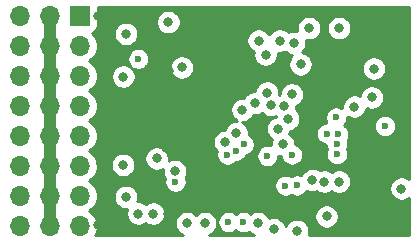
<source format=gbr>
%TF.GenerationSoftware,KiCad,Pcbnew,5.1.8-db9833491~87~ubuntu20.04.1*%
%TF.CreationDate,2020-11-23T17:04:18+01:00*%
%TF.ProjectId,rosalyn-rx,726f7361-6c79-46e2-9d72-782e6b696361,v1.0*%
%TF.SameCoordinates,Original*%
%TF.FileFunction,Copper,L3,Inr*%
%TF.FilePolarity,Positive*%
%FSLAX46Y46*%
G04 Gerber Fmt 4.6, Leading zero omitted, Abs format (unit mm)*
G04 Created by KiCad (PCBNEW 5.1.8-db9833491~87~ubuntu20.04.1) date 2020-11-23 17:04:18*
%MOMM*%
%LPD*%
G01*
G04 APERTURE LIST*
%TA.AperFunction,ComponentPad*%
%ADD10O,1.700000X1.700000*%
%TD*%
%TA.AperFunction,ComponentPad*%
%ADD11R,1.700000X1.700000*%
%TD*%
%TA.AperFunction,ViaPad*%
%ADD12C,0.800000*%
%TD*%
%TA.AperFunction,ViaPad*%
%ADD13C,0.600000*%
%TD*%
%TA.AperFunction,Conductor*%
%ADD14C,1.000000*%
%TD*%
%TA.AperFunction,Conductor*%
%ADD15C,0.254000*%
%TD*%
%TA.AperFunction,Conductor*%
%ADD16C,0.100000*%
%TD*%
G04 APERTURE END LIST*
D10*
%TO.N,GND*%
%TO.C,J4*%
X120410000Y-108890000D03*
X120410000Y-91110000D03*
X120410000Y-106350000D03*
X120410000Y-103810000D03*
X120410000Y-101270000D03*
X120410000Y-98730000D03*
X120410000Y-96190000D03*
X120410000Y-93650000D03*
%TO.N,+5V*%
X122950000Y-91110000D03*
X122950000Y-93650000D03*
X122950000Y-96190000D03*
X122950000Y-98730000D03*
X122950000Y-101270000D03*
X122950000Y-103810000D03*
X122950000Y-106350000D03*
X122950000Y-108890000D03*
D11*
%TO.N,Net-(J4-Pad1)*%
X125490000Y-91110000D03*
D10*
%TO.N,Net-(J4-Pad2)*%
X125490000Y-93650000D03*
%TO.N,Net-(J4-Pad3)*%
X125490000Y-96190000D03*
%TO.N,Net-(J4-Pad4)*%
X125490000Y-98730000D03*
%TO.N,Net-(J4-Pad5)*%
X125490000Y-101270000D03*
%TO.N,Net-(J4-Pad6)*%
X125490000Y-103810000D03*
%TO.N,Net-(J4-Pad7)*%
X125490000Y-106350000D03*
%TO.N,Net-(J4-Pad8)*%
X125490000Y-108890000D03*
%TD*%
D12*
%TO.N,e22_nss*%
X142400000Y-93200000D03*
D13*
%TO.N,e22_rxen*%
X139352738Y-101997789D03*
%TO.N,e22_txen*%
X138720000Y-102520000D03*
D12*
%TO.N,e22_dio1*%
X139240000Y-99060000D03*
D13*
%TO.N,e22_dio2*%
X137970000Y-102850000D03*
D12*
%TO.N,e22_busy*%
X140290000Y-98510000D03*
%TO.N,e22_nrst*%
X141330000Y-97610000D03*
%TO.N,GND*%
X134110000Y-95480000D03*
X144880000Y-92150000D03*
X147420000Y-92150000D03*
X146160000Y-105150000D03*
X147410000Y-105150000D03*
X144160000Y-95210000D03*
X143423776Y-97752199D03*
X132960000Y-91630000D03*
X131690000Y-107860000D03*
X130419996Y-107850000D03*
X133519996Y-104260000D03*
D13*
X130420000Y-94749994D03*
D12*
X131980000Y-103180000D03*
X136050000Y-108660000D03*
D13*
X139309997Y-108570003D03*
X138040000Y-108570000D03*
D12*
X145170000Y-105010000D03*
X140550000Y-108660000D03*
X134560000Y-108660000D03*
D13*
X141350038Y-102970021D03*
D12*
X137776256Y-101793232D03*
X150369992Y-95569992D03*
X152690000Y-105740000D03*
D13*
X151310000Y-100430000D03*
D12*
%TO.N,+3V3*%
X133020000Y-95740000D03*
X132730000Y-102280000D03*
X146180000Y-96490000D03*
X138340000Y-91680000D03*
X127010000Y-91150000D03*
X132960000Y-107859986D03*
X135930000Y-96390000D03*
D13*
X141850000Y-105400000D03*
D12*
X137069953Y-103612337D03*
X127010000Y-108830000D03*
X151680000Y-108810004D03*
%TO.N,+5V*%
X129370000Y-106430000D03*
X129400000Y-92630000D03*
D13*
%TO.N,i2c_sda*%
X142870000Y-105480000D03*
X147247613Y-101943504D03*
D12*
X142660000Y-101970000D03*
X141885190Y-109155040D03*
D13*
%TO.N,i2c_scl*%
X143850000Y-105470000D03*
X147240000Y-102829990D03*
X143440000Y-102860000D03*
D12*
X143850002Y-109310000D03*
%TO.N,hmi_error*%
X129130000Y-103720000D03*
X142270000Y-100660004D03*
%TO.N,hmi_status*%
X129150000Y-96260000D03*
X143100000Y-99830000D03*
%TO.N,swclk*%
X143600000Y-93400000D03*
X142740000Y-98730000D03*
D13*
%TO.N,boot0*%
X133570477Y-105160011D03*
D12*
X138730000Y-101010000D03*
D13*
%TO.N,spi1_sck*%
X147347440Y-101149745D03*
%TO.N,spi1_mosi*%
X146380734Y-101073837D03*
%TO.N,spi1_miso*%
X147180000Y-99710000D03*
D12*
%TO.N,spi2_sck*%
X140600000Y-93199970D03*
%TO.N,spi2_miso*%
X141650000Y-98650000D03*
%TO.N,spi2_mosi*%
X141200000Y-94400000D03*
%TO.N,icm_int*%
X150200000Y-98010010D03*
%TO.N,icm_nss*%
X148720000Y-98790000D03*
%TO.N,Net-(C14-Pad1)*%
X146370000Y-108090000D03*
%TD*%
D14*
%TO.N,+5V*%
X122950000Y-91110000D02*
X122950000Y-93650000D01*
X122950000Y-93650000D02*
X122950000Y-96190000D01*
X122950000Y-96190000D02*
X122950000Y-98730000D01*
X122950000Y-98730000D02*
X122950000Y-101270000D01*
X122950000Y-101270000D02*
X122950000Y-103810000D01*
X122950000Y-103810000D02*
X122950000Y-106350000D01*
X122950000Y-106350000D02*
X122950000Y-108890000D01*
%TD*%
D15*
%TO.N,+3V3*%
X153340001Y-104929533D02*
X153180256Y-104822795D01*
X152991898Y-104744774D01*
X152791939Y-104705000D01*
X152588061Y-104705000D01*
X152388102Y-104744774D01*
X152199744Y-104822795D01*
X152030226Y-104936063D01*
X151886063Y-105080226D01*
X151772795Y-105249744D01*
X151694774Y-105438102D01*
X151655000Y-105638061D01*
X151655000Y-105841939D01*
X151694774Y-106041898D01*
X151772795Y-106230256D01*
X151886063Y-106399774D01*
X152030226Y-106543937D01*
X152199744Y-106657205D01*
X152388102Y-106735226D01*
X152588061Y-106775000D01*
X152791939Y-106775000D01*
X152991898Y-106735226D01*
X153180256Y-106657205D01*
X153340001Y-106550467D01*
X153340001Y-109640000D01*
X144833588Y-109640000D01*
X144845228Y-109611898D01*
X144885002Y-109411939D01*
X144885002Y-109208061D01*
X144845228Y-109008102D01*
X144767207Y-108819744D01*
X144653939Y-108650226D01*
X144509776Y-108506063D01*
X144340258Y-108392795D01*
X144151900Y-108314774D01*
X143951941Y-108275000D01*
X143748063Y-108275000D01*
X143548104Y-108314774D01*
X143359746Y-108392795D01*
X143190228Y-108506063D01*
X143046065Y-108650226D01*
X142932797Y-108819744D01*
X142892921Y-108916011D01*
X142880416Y-108853142D01*
X142802395Y-108664784D01*
X142689127Y-108495266D01*
X142544964Y-108351103D01*
X142375446Y-108237835D01*
X142187088Y-108159814D01*
X141987129Y-108120040D01*
X141783251Y-108120040D01*
X141583292Y-108159814D01*
X141480695Y-108202311D01*
X141467205Y-108169744D01*
X141353937Y-108000226D01*
X141341772Y-107988061D01*
X145335000Y-107988061D01*
X145335000Y-108191939D01*
X145374774Y-108391898D01*
X145452795Y-108580256D01*
X145566063Y-108749774D01*
X145710226Y-108893937D01*
X145879744Y-109007205D01*
X146068102Y-109085226D01*
X146268061Y-109125000D01*
X146471939Y-109125000D01*
X146671898Y-109085226D01*
X146860256Y-109007205D01*
X147029774Y-108893937D01*
X147173937Y-108749774D01*
X147287205Y-108580256D01*
X147365226Y-108391898D01*
X147405000Y-108191939D01*
X147405000Y-107988061D01*
X147365226Y-107788102D01*
X147287205Y-107599744D01*
X147173937Y-107430226D01*
X147029774Y-107286063D01*
X146860256Y-107172795D01*
X146671898Y-107094774D01*
X146471939Y-107055000D01*
X146268061Y-107055000D01*
X146068102Y-107094774D01*
X145879744Y-107172795D01*
X145710226Y-107286063D01*
X145566063Y-107430226D01*
X145452795Y-107599744D01*
X145374774Y-107788102D01*
X145335000Y-107988061D01*
X141341772Y-107988061D01*
X141209774Y-107856063D01*
X141040256Y-107742795D01*
X140851898Y-107664774D01*
X140651939Y-107625000D01*
X140448061Y-107625000D01*
X140248102Y-107664774D01*
X140059744Y-107742795D01*
X139907083Y-107844799D01*
X139906025Y-107843741D01*
X139752886Y-107741417D01*
X139582726Y-107670935D01*
X139402086Y-107635003D01*
X139217908Y-107635003D01*
X139037268Y-107670935D01*
X138867108Y-107741417D01*
X138713969Y-107843741D01*
X138675000Y-107882710D01*
X138636028Y-107843738D01*
X138482889Y-107741414D01*
X138312729Y-107670932D01*
X138132089Y-107635000D01*
X137947911Y-107635000D01*
X137767271Y-107670932D01*
X137597111Y-107741414D01*
X137443972Y-107843738D01*
X137313738Y-107973972D01*
X137211414Y-108127111D01*
X137140932Y-108297271D01*
X137105000Y-108477911D01*
X137105000Y-108662089D01*
X137140932Y-108842729D01*
X137211414Y-109012889D01*
X137313738Y-109166028D01*
X137443972Y-109296262D01*
X137597111Y-109398586D01*
X137767271Y-109469068D01*
X137947911Y-109505000D01*
X138132089Y-109505000D01*
X138312729Y-109469068D01*
X138482889Y-109398586D01*
X138636028Y-109296262D01*
X138674997Y-109257293D01*
X138713969Y-109296265D01*
X138867108Y-109398589D01*
X139037268Y-109469071D01*
X139217908Y-109505003D01*
X139402086Y-109505003D01*
X139582726Y-109469071D01*
X139752886Y-109398589D01*
X139796042Y-109369753D01*
X139890226Y-109463937D01*
X140059744Y-109577205D01*
X140211343Y-109640000D01*
X136388657Y-109640000D01*
X136540256Y-109577205D01*
X136709774Y-109463937D01*
X136853937Y-109319774D01*
X136967205Y-109150256D01*
X137045226Y-108961898D01*
X137085000Y-108761939D01*
X137085000Y-108558061D01*
X137045226Y-108358102D01*
X136967205Y-108169744D01*
X136853937Y-108000226D01*
X136709774Y-107856063D01*
X136540256Y-107742795D01*
X136351898Y-107664774D01*
X136151939Y-107625000D01*
X135948061Y-107625000D01*
X135748102Y-107664774D01*
X135559744Y-107742795D01*
X135390226Y-107856063D01*
X135305000Y-107941289D01*
X135219774Y-107856063D01*
X135050256Y-107742795D01*
X134861898Y-107664774D01*
X134661939Y-107625000D01*
X134458061Y-107625000D01*
X134258102Y-107664774D01*
X134069744Y-107742795D01*
X133900226Y-107856063D01*
X133756063Y-108000226D01*
X133642795Y-108169744D01*
X133564774Y-108358102D01*
X133525000Y-108558061D01*
X133525000Y-108761939D01*
X133564774Y-108961898D01*
X133642795Y-109150256D01*
X133756063Y-109319774D01*
X133900226Y-109463937D01*
X134069744Y-109577205D01*
X134221343Y-109640000D01*
X126774860Y-109640000D01*
X126805990Y-109593411D01*
X126917932Y-109323158D01*
X126975000Y-109036260D01*
X126975000Y-108743740D01*
X126917932Y-108456842D01*
X126805990Y-108186589D01*
X126643475Y-107943368D01*
X126436632Y-107736525D01*
X126262240Y-107620000D01*
X126436632Y-107503475D01*
X126643475Y-107296632D01*
X126805990Y-107053411D01*
X126917932Y-106783158D01*
X126975000Y-106496260D01*
X126975000Y-106328061D01*
X128335000Y-106328061D01*
X128335000Y-106531939D01*
X128374774Y-106731898D01*
X128452795Y-106920256D01*
X128566063Y-107089774D01*
X128710226Y-107233937D01*
X128879744Y-107347205D01*
X129068102Y-107425226D01*
X129268061Y-107465000D01*
X129459192Y-107465000D01*
X129424770Y-107548102D01*
X129384996Y-107748061D01*
X129384996Y-107951939D01*
X129424770Y-108151898D01*
X129502791Y-108340256D01*
X129616059Y-108509774D01*
X129760222Y-108653937D01*
X129929740Y-108767205D01*
X130118098Y-108845226D01*
X130318057Y-108885000D01*
X130521935Y-108885000D01*
X130721894Y-108845226D01*
X130910252Y-108767205D01*
X131047515Y-108675489D01*
X131199744Y-108777205D01*
X131388102Y-108855226D01*
X131588061Y-108895000D01*
X131791939Y-108895000D01*
X131991898Y-108855226D01*
X132180256Y-108777205D01*
X132349774Y-108663937D01*
X132493937Y-108519774D01*
X132607205Y-108350256D01*
X132685226Y-108161898D01*
X132725000Y-107961939D01*
X132725000Y-107758061D01*
X132685226Y-107558102D01*
X132607205Y-107369744D01*
X132493937Y-107200226D01*
X132349774Y-107056063D01*
X132180256Y-106942795D01*
X131991898Y-106864774D01*
X131791939Y-106825000D01*
X131588061Y-106825000D01*
X131388102Y-106864774D01*
X131199744Y-106942795D01*
X131062481Y-107034511D01*
X130910252Y-106932795D01*
X130721894Y-106854774D01*
X130521935Y-106815000D01*
X130330804Y-106815000D01*
X130365226Y-106731898D01*
X130405000Y-106531939D01*
X130405000Y-106328061D01*
X130365226Y-106128102D01*
X130287205Y-105939744D01*
X130173937Y-105770226D01*
X130029774Y-105626063D01*
X129860256Y-105512795D01*
X129671898Y-105434774D01*
X129471939Y-105395000D01*
X129268061Y-105395000D01*
X129068102Y-105434774D01*
X128879744Y-105512795D01*
X128710226Y-105626063D01*
X128566063Y-105770226D01*
X128452795Y-105939744D01*
X128374774Y-106128102D01*
X128335000Y-106328061D01*
X126975000Y-106328061D01*
X126975000Y-106203740D01*
X126917932Y-105916842D01*
X126805990Y-105646589D01*
X126643475Y-105403368D01*
X126436632Y-105196525D01*
X126262240Y-105080000D01*
X126436632Y-104963475D01*
X126643475Y-104756632D01*
X126805990Y-104513411D01*
X126917932Y-104243158D01*
X126975000Y-103956260D01*
X126975000Y-103663740D01*
X126965914Y-103618061D01*
X128095000Y-103618061D01*
X128095000Y-103821939D01*
X128134774Y-104021898D01*
X128212795Y-104210256D01*
X128326063Y-104379774D01*
X128470226Y-104523937D01*
X128639744Y-104637205D01*
X128828102Y-104715226D01*
X129028061Y-104755000D01*
X129231939Y-104755000D01*
X129431898Y-104715226D01*
X129620256Y-104637205D01*
X129789774Y-104523937D01*
X129933937Y-104379774D01*
X130047205Y-104210256D01*
X130125226Y-104021898D01*
X130165000Y-103821939D01*
X130165000Y-103618061D01*
X130125226Y-103418102D01*
X130047205Y-103229744D01*
X129945854Y-103078061D01*
X130945000Y-103078061D01*
X130945000Y-103281939D01*
X130984774Y-103481898D01*
X131062795Y-103670256D01*
X131176063Y-103839774D01*
X131320226Y-103983937D01*
X131489744Y-104097205D01*
X131678102Y-104175226D01*
X131878061Y-104215000D01*
X132081939Y-104215000D01*
X132281898Y-104175226D01*
X132470256Y-104097205D01*
X132501216Y-104076518D01*
X132484996Y-104158061D01*
X132484996Y-104361939D01*
X132524770Y-104561898D01*
X132602791Y-104750256D01*
X132680188Y-104866088D01*
X132671409Y-104887282D01*
X132635477Y-105067922D01*
X132635477Y-105252100D01*
X132671409Y-105432740D01*
X132741891Y-105602900D01*
X132844215Y-105756039D01*
X132974449Y-105886273D01*
X133127588Y-105988597D01*
X133297748Y-106059079D01*
X133478388Y-106095011D01*
X133662566Y-106095011D01*
X133843206Y-106059079D01*
X134013366Y-105988597D01*
X134166505Y-105886273D01*
X134296739Y-105756039D01*
X134399063Y-105602900D01*
X134469545Y-105432740D01*
X134478462Y-105387911D01*
X141935000Y-105387911D01*
X141935000Y-105572089D01*
X141970932Y-105752729D01*
X142041414Y-105922889D01*
X142143738Y-106076028D01*
X142273972Y-106206262D01*
X142427111Y-106308586D01*
X142597271Y-106379068D01*
X142777911Y-106415000D01*
X142962089Y-106415000D01*
X143142729Y-106379068D01*
X143312889Y-106308586D01*
X143367483Y-106272108D01*
X143407111Y-106298586D01*
X143577271Y-106369068D01*
X143757911Y-106405000D01*
X143942089Y-106405000D01*
X144122729Y-106369068D01*
X144292889Y-106298586D01*
X144446028Y-106196262D01*
X144576262Y-106066028D01*
X144672330Y-105922251D01*
X144679744Y-105927205D01*
X144868102Y-106005226D01*
X145068061Y-106045000D01*
X145271939Y-106045000D01*
X145471898Y-106005226D01*
X145536770Y-105978355D01*
X145669744Y-106067205D01*
X145858102Y-106145226D01*
X146058061Y-106185000D01*
X146261939Y-106185000D01*
X146461898Y-106145226D01*
X146650256Y-106067205D01*
X146785000Y-105977172D01*
X146919744Y-106067205D01*
X147108102Y-106145226D01*
X147308061Y-106185000D01*
X147511939Y-106185000D01*
X147711898Y-106145226D01*
X147900256Y-106067205D01*
X148069774Y-105953937D01*
X148213937Y-105809774D01*
X148327205Y-105640256D01*
X148405226Y-105451898D01*
X148445000Y-105251939D01*
X148445000Y-105048061D01*
X148405226Y-104848102D01*
X148327205Y-104659744D01*
X148213937Y-104490226D01*
X148069774Y-104346063D01*
X147900256Y-104232795D01*
X147711898Y-104154774D01*
X147511939Y-104115000D01*
X147308061Y-104115000D01*
X147108102Y-104154774D01*
X146919744Y-104232795D01*
X146785000Y-104322828D01*
X146650256Y-104232795D01*
X146461898Y-104154774D01*
X146261939Y-104115000D01*
X146058061Y-104115000D01*
X145858102Y-104154774D01*
X145793230Y-104181645D01*
X145660256Y-104092795D01*
X145471898Y-104014774D01*
X145271939Y-103975000D01*
X145068061Y-103975000D01*
X144868102Y-104014774D01*
X144679744Y-104092795D01*
X144510226Y-104206063D01*
X144366063Y-104350226D01*
X144252795Y-104519744D01*
X144215649Y-104609421D01*
X144122729Y-104570932D01*
X143942089Y-104535000D01*
X143757911Y-104535000D01*
X143577271Y-104570932D01*
X143407111Y-104641414D01*
X143352517Y-104677892D01*
X143312889Y-104651414D01*
X143142729Y-104580932D01*
X142962089Y-104545000D01*
X142777911Y-104545000D01*
X142597271Y-104580932D01*
X142427111Y-104651414D01*
X142273972Y-104753738D01*
X142143738Y-104883972D01*
X142041414Y-105037111D01*
X141970932Y-105207271D01*
X141935000Y-105387911D01*
X134478462Y-105387911D01*
X134505477Y-105252100D01*
X134505477Y-105067922D01*
X134469545Y-104887282D01*
X134422130Y-104772811D01*
X134437201Y-104750256D01*
X134515222Y-104561898D01*
X134554996Y-104361939D01*
X134554996Y-104158061D01*
X134515222Y-103958102D01*
X134437201Y-103769744D01*
X134323933Y-103600226D01*
X134179770Y-103456063D01*
X134010252Y-103342795D01*
X133821894Y-103264774D01*
X133621935Y-103225000D01*
X133418057Y-103225000D01*
X133218098Y-103264774D01*
X133029740Y-103342795D01*
X132998780Y-103363482D01*
X133015000Y-103281939D01*
X133015000Y-103078061D01*
X132975226Y-102878102D01*
X132897205Y-102689744D01*
X132783937Y-102520226D01*
X132639774Y-102376063D01*
X132470256Y-102262795D01*
X132281898Y-102184774D01*
X132081939Y-102145000D01*
X131878061Y-102145000D01*
X131678102Y-102184774D01*
X131489744Y-102262795D01*
X131320226Y-102376063D01*
X131176063Y-102520226D01*
X131062795Y-102689744D01*
X130984774Y-102878102D01*
X130945000Y-103078061D01*
X129945854Y-103078061D01*
X129933937Y-103060226D01*
X129789774Y-102916063D01*
X129620256Y-102802795D01*
X129431898Y-102724774D01*
X129231939Y-102685000D01*
X129028061Y-102685000D01*
X128828102Y-102724774D01*
X128639744Y-102802795D01*
X128470226Y-102916063D01*
X128326063Y-103060226D01*
X128212795Y-103229744D01*
X128134774Y-103418102D01*
X128095000Y-103618061D01*
X126965914Y-103618061D01*
X126917932Y-103376842D01*
X126805990Y-103106589D01*
X126643475Y-102863368D01*
X126436632Y-102656525D01*
X126262240Y-102540000D01*
X126436632Y-102423475D01*
X126643475Y-102216632D01*
X126805990Y-101973411D01*
X126917932Y-101703158D01*
X126920292Y-101691293D01*
X136741256Y-101691293D01*
X136741256Y-101895171D01*
X136781030Y-102095130D01*
X136859051Y-102283488D01*
X136972319Y-102453006D01*
X137078445Y-102559132D01*
X137070932Y-102577271D01*
X137035000Y-102757911D01*
X137035000Y-102942089D01*
X137070932Y-103122729D01*
X137141414Y-103292889D01*
X137243738Y-103446028D01*
X137373972Y-103576262D01*
X137527111Y-103678586D01*
X137697271Y-103749068D01*
X137877911Y-103785000D01*
X138062089Y-103785000D01*
X138242729Y-103749068D01*
X138412889Y-103678586D01*
X138566028Y-103576262D01*
X138687290Y-103455000D01*
X138812089Y-103455000D01*
X138992729Y-103419068D01*
X139162889Y-103348586D01*
X139316028Y-103246262D01*
X139446262Y-103116028D01*
X139548586Y-102962889D01*
X139571490Y-102907594D01*
X139625467Y-102896857D01*
X139795627Y-102826375D01*
X139948766Y-102724051D01*
X140079000Y-102593817D01*
X140181324Y-102440678D01*
X140251806Y-102270518D01*
X140287738Y-102089878D01*
X140287738Y-101905700D01*
X140251806Y-101725060D01*
X140181324Y-101554900D01*
X140079000Y-101401761D01*
X139948766Y-101271527D01*
X139795627Y-101169203D01*
X139756808Y-101153124D01*
X139765000Y-101111939D01*
X139765000Y-100908061D01*
X139725226Y-100708102D01*
X139647205Y-100519744D01*
X139533937Y-100350226D01*
X139389774Y-100206063D01*
X139223556Y-100095000D01*
X139341939Y-100095000D01*
X139541898Y-100055226D01*
X139730256Y-99977205D01*
X139899774Y-99863937D01*
X140043937Y-99719774D01*
X140157205Y-99550256D01*
X140161565Y-99539730D01*
X140188061Y-99545000D01*
X140391939Y-99545000D01*
X140591898Y-99505226D01*
X140780256Y-99427205D01*
X140890099Y-99353810D01*
X140990226Y-99453937D01*
X141159744Y-99567205D01*
X141348102Y-99645226D01*
X141548061Y-99685000D01*
X141751939Y-99685000D01*
X141951898Y-99645226D01*
X142093112Y-99586733D01*
X142082098Y-99642103D01*
X141968102Y-99664778D01*
X141779744Y-99742799D01*
X141610226Y-99856067D01*
X141466063Y-100000230D01*
X141352795Y-100169748D01*
X141274774Y-100358106D01*
X141235000Y-100558065D01*
X141235000Y-100761943D01*
X141274774Y-100961902D01*
X141352795Y-101150260D01*
X141466063Y-101319778D01*
X141610226Y-101463941D01*
X141719184Y-101536745D01*
X141664774Y-101668102D01*
X141625000Y-101868061D01*
X141625000Y-102071878D01*
X141622767Y-102070953D01*
X141442127Y-102035021D01*
X141257949Y-102035021D01*
X141077309Y-102070953D01*
X140907149Y-102141435D01*
X140754010Y-102243759D01*
X140623776Y-102373993D01*
X140521452Y-102527132D01*
X140450970Y-102697292D01*
X140415038Y-102877932D01*
X140415038Y-103062110D01*
X140450970Y-103242750D01*
X140521452Y-103412910D01*
X140623776Y-103566049D01*
X140754010Y-103696283D01*
X140907149Y-103798607D01*
X141077309Y-103869089D01*
X141257949Y-103905021D01*
X141442127Y-103905021D01*
X141622767Y-103869089D01*
X141792927Y-103798607D01*
X141946066Y-103696283D01*
X142076300Y-103566049D01*
X142178624Y-103412910D01*
X142249106Y-103242750D01*
X142285038Y-103062110D01*
X142285038Y-102934962D01*
X142358102Y-102965226D01*
X142513772Y-102996191D01*
X142540932Y-103132729D01*
X142611414Y-103302889D01*
X142713738Y-103456028D01*
X142843972Y-103586262D01*
X142997111Y-103688586D01*
X143167271Y-103759068D01*
X143347911Y-103795000D01*
X143532089Y-103795000D01*
X143712729Y-103759068D01*
X143882889Y-103688586D01*
X144036028Y-103586262D01*
X144166262Y-103456028D01*
X144268586Y-103302889D01*
X144339068Y-103132729D01*
X144375000Y-102952089D01*
X144375000Y-102767911D01*
X144339068Y-102587271D01*
X144268586Y-102417111D01*
X144166262Y-102263972D01*
X144036028Y-102133738D01*
X143882889Y-102031414D01*
X143712729Y-101960932D01*
X143695000Y-101957405D01*
X143695000Y-101868061D01*
X143655226Y-101668102D01*
X143577205Y-101479744D01*
X143463937Y-101310226D01*
X143319774Y-101166063D01*
X143210816Y-101093259D01*
X143257005Y-100981748D01*
X145445734Y-100981748D01*
X145445734Y-101165926D01*
X145481666Y-101346566D01*
X145552148Y-101516726D01*
X145654472Y-101669865D01*
X145784706Y-101800099D01*
X145937845Y-101902423D01*
X146108005Y-101972905D01*
X146288645Y-102008837D01*
X146312613Y-102008837D01*
X146312613Y-102035593D01*
X146348545Y-102216233D01*
X146416295Y-102379797D01*
X146411414Y-102387101D01*
X146340932Y-102557261D01*
X146305000Y-102737901D01*
X146305000Y-102922079D01*
X146340932Y-103102719D01*
X146411414Y-103272879D01*
X146513738Y-103426018D01*
X146643972Y-103556252D01*
X146797111Y-103658576D01*
X146967271Y-103729058D01*
X147147911Y-103764990D01*
X147332089Y-103764990D01*
X147512729Y-103729058D01*
X147682889Y-103658576D01*
X147836028Y-103556252D01*
X147966262Y-103426018D01*
X148068586Y-103272879D01*
X148139068Y-103102719D01*
X148175000Y-102922079D01*
X148175000Y-102737901D01*
X148139068Y-102557261D01*
X148071318Y-102393697D01*
X148076199Y-102386393D01*
X148146681Y-102216233D01*
X148182613Y-102035593D01*
X148182613Y-101851415D01*
X148146681Y-101670775D01*
X148137930Y-101649649D01*
X148176026Y-101592634D01*
X148246508Y-101422474D01*
X148282440Y-101241834D01*
X148282440Y-101057656D01*
X148246508Y-100877016D01*
X148176026Y-100706856D01*
X148073702Y-100553717D01*
X147943468Y-100423483D01*
X147850755Y-100361535D01*
X147874379Y-100337911D01*
X150375000Y-100337911D01*
X150375000Y-100522089D01*
X150410932Y-100702729D01*
X150481414Y-100872889D01*
X150583738Y-101026028D01*
X150713972Y-101156262D01*
X150867111Y-101258586D01*
X151037271Y-101329068D01*
X151217911Y-101365000D01*
X151402089Y-101365000D01*
X151582729Y-101329068D01*
X151752889Y-101258586D01*
X151906028Y-101156262D01*
X152036262Y-101026028D01*
X152138586Y-100872889D01*
X152209068Y-100702729D01*
X152245000Y-100522089D01*
X152245000Y-100337911D01*
X152209068Y-100157271D01*
X152138586Y-99987111D01*
X152036262Y-99833972D01*
X151906028Y-99703738D01*
X151752889Y-99601414D01*
X151582729Y-99530932D01*
X151402089Y-99495000D01*
X151217911Y-99495000D01*
X151037271Y-99530932D01*
X150867111Y-99601414D01*
X150713972Y-99703738D01*
X150583738Y-99833972D01*
X150481414Y-99987111D01*
X150410932Y-100157271D01*
X150375000Y-100337911D01*
X147874379Y-100337911D01*
X147906262Y-100306028D01*
X148008586Y-100152889D01*
X148079068Y-99982729D01*
X148115000Y-99802089D01*
X148115000Y-99630536D01*
X148229744Y-99707205D01*
X148418102Y-99785226D01*
X148618061Y-99825000D01*
X148821939Y-99825000D01*
X149021898Y-99785226D01*
X149210256Y-99707205D01*
X149379774Y-99593937D01*
X149523937Y-99449774D01*
X149637205Y-99280256D01*
X149715226Y-99091898D01*
X149745072Y-98941849D01*
X149898102Y-99005236D01*
X150098061Y-99045010D01*
X150301939Y-99045010D01*
X150501898Y-99005236D01*
X150690256Y-98927215D01*
X150859774Y-98813947D01*
X151003937Y-98669784D01*
X151117205Y-98500266D01*
X151195226Y-98311908D01*
X151235000Y-98111949D01*
X151235000Y-97908071D01*
X151195226Y-97708112D01*
X151117205Y-97519754D01*
X151003937Y-97350236D01*
X150859774Y-97206073D01*
X150690256Y-97092805D01*
X150501898Y-97014784D01*
X150301939Y-96975010D01*
X150098061Y-96975010D01*
X149898102Y-97014784D01*
X149709744Y-97092805D01*
X149540226Y-97206073D01*
X149396063Y-97350236D01*
X149282795Y-97519754D01*
X149204774Y-97708112D01*
X149174928Y-97858161D01*
X149021898Y-97794774D01*
X148821939Y-97755000D01*
X148618061Y-97755000D01*
X148418102Y-97794774D01*
X148229744Y-97872795D01*
X148060226Y-97986063D01*
X147916063Y-98130226D01*
X147802795Y-98299744D01*
X147724774Y-98488102D01*
X147685000Y-98688061D01*
X147685000Y-98891939D01*
X147692106Y-98927663D01*
X147622889Y-98881414D01*
X147452729Y-98810932D01*
X147272089Y-98775000D01*
X147087911Y-98775000D01*
X146907271Y-98810932D01*
X146737111Y-98881414D01*
X146583972Y-98983738D01*
X146453738Y-99113972D01*
X146351414Y-99267111D01*
X146280932Y-99437271D01*
X146245000Y-99617911D01*
X146245000Y-99802089D01*
X146280932Y-99982729D01*
X146345594Y-100138837D01*
X146288645Y-100138837D01*
X146108005Y-100174769D01*
X145937845Y-100245251D01*
X145784706Y-100347575D01*
X145654472Y-100477809D01*
X145552148Y-100630948D01*
X145481666Y-100801108D01*
X145445734Y-100981748D01*
X143257005Y-100981748D01*
X143265226Y-100961902D01*
X143287902Y-100847901D01*
X143401898Y-100825226D01*
X143590256Y-100747205D01*
X143759774Y-100633937D01*
X143903937Y-100489774D01*
X144017205Y-100320256D01*
X144095226Y-100131898D01*
X144135000Y-99931939D01*
X144135000Y-99728061D01*
X144095226Y-99528102D01*
X144017205Y-99339744D01*
X143903937Y-99170226D01*
X143759774Y-99026063D01*
X143739130Y-99012269D01*
X143775000Y-98831939D01*
X143775000Y-98726993D01*
X143914032Y-98669404D01*
X144083550Y-98556136D01*
X144227713Y-98411973D01*
X144340981Y-98242455D01*
X144419002Y-98054097D01*
X144458776Y-97854138D01*
X144458776Y-97650260D01*
X144419002Y-97450301D01*
X144340981Y-97261943D01*
X144227713Y-97092425D01*
X144083550Y-96948262D01*
X143914032Y-96834994D01*
X143725674Y-96756973D01*
X143525715Y-96717199D01*
X143321837Y-96717199D01*
X143121878Y-96756973D01*
X142933520Y-96834994D01*
X142764002Y-96948262D01*
X142619839Y-97092425D01*
X142506571Y-97261943D01*
X142428550Y-97450301D01*
X142388776Y-97650260D01*
X142388776Y-97755206D01*
X142353486Y-97769823D01*
X142365000Y-97711939D01*
X142365000Y-97508061D01*
X142325226Y-97308102D01*
X142247205Y-97119744D01*
X142133937Y-96950226D01*
X141989774Y-96806063D01*
X141820256Y-96692795D01*
X141631898Y-96614774D01*
X141431939Y-96575000D01*
X141228061Y-96575000D01*
X141028102Y-96614774D01*
X140839744Y-96692795D01*
X140670226Y-96806063D01*
X140526063Y-96950226D01*
X140412795Y-97119744D01*
X140334774Y-97308102D01*
X140301576Y-97475000D01*
X140188061Y-97475000D01*
X139988102Y-97514774D01*
X139799744Y-97592795D01*
X139630226Y-97706063D01*
X139486063Y-97850226D01*
X139372795Y-98019744D01*
X139368435Y-98030270D01*
X139341939Y-98025000D01*
X139138061Y-98025000D01*
X138938102Y-98064774D01*
X138749744Y-98142795D01*
X138580226Y-98256063D01*
X138436063Y-98400226D01*
X138322795Y-98569744D01*
X138244774Y-98758102D01*
X138205000Y-98958061D01*
X138205000Y-99161939D01*
X138244774Y-99361898D01*
X138322795Y-99550256D01*
X138436063Y-99719774D01*
X138580226Y-99863937D01*
X138746444Y-99975000D01*
X138628061Y-99975000D01*
X138428102Y-100014774D01*
X138239744Y-100092795D01*
X138070226Y-100206063D01*
X137926063Y-100350226D01*
X137812795Y-100519744D01*
X137734774Y-100708102D01*
X137724803Y-100758232D01*
X137674317Y-100758232D01*
X137474358Y-100798006D01*
X137286000Y-100876027D01*
X137116482Y-100989295D01*
X136972319Y-101133458D01*
X136859051Y-101302976D01*
X136781030Y-101491334D01*
X136741256Y-101691293D01*
X126920292Y-101691293D01*
X126975000Y-101416260D01*
X126975000Y-101123740D01*
X126917932Y-100836842D01*
X126805990Y-100566589D01*
X126643475Y-100323368D01*
X126436632Y-100116525D01*
X126262240Y-100000000D01*
X126436632Y-99883475D01*
X126643475Y-99676632D01*
X126805990Y-99433411D01*
X126917932Y-99163158D01*
X126975000Y-98876260D01*
X126975000Y-98583740D01*
X126917932Y-98296842D01*
X126805990Y-98026589D01*
X126643475Y-97783368D01*
X126436632Y-97576525D01*
X126262240Y-97460000D01*
X126436632Y-97343475D01*
X126643475Y-97136632D01*
X126805990Y-96893411D01*
X126917932Y-96623158D01*
X126975000Y-96336260D01*
X126975000Y-96158061D01*
X128115000Y-96158061D01*
X128115000Y-96361939D01*
X128154774Y-96561898D01*
X128232795Y-96750256D01*
X128346063Y-96919774D01*
X128490226Y-97063937D01*
X128659744Y-97177205D01*
X128848102Y-97255226D01*
X129048061Y-97295000D01*
X129251939Y-97295000D01*
X129451898Y-97255226D01*
X129640256Y-97177205D01*
X129809774Y-97063937D01*
X129953937Y-96919774D01*
X130067205Y-96750256D01*
X130145226Y-96561898D01*
X130185000Y-96361939D01*
X130185000Y-96158061D01*
X130145226Y-95958102D01*
X130067205Y-95769744D01*
X129953937Y-95600226D01*
X129842039Y-95488328D01*
X129977111Y-95578580D01*
X130147271Y-95649062D01*
X130327911Y-95684994D01*
X130512089Y-95684994D01*
X130692729Y-95649062D01*
X130862889Y-95578580D01*
X131016028Y-95476256D01*
X131114223Y-95378061D01*
X133075000Y-95378061D01*
X133075000Y-95581939D01*
X133114774Y-95781898D01*
X133192795Y-95970256D01*
X133306063Y-96139774D01*
X133450226Y-96283937D01*
X133619744Y-96397205D01*
X133808102Y-96475226D01*
X134008061Y-96515000D01*
X134211939Y-96515000D01*
X134411898Y-96475226D01*
X134600256Y-96397205D01*
X134769774Y-96283937D01*
X134913937Y-96139774D01*
X135027205Y-95970256D01*
X135105226Y-95781898D01*
X135145000Y-95581939D01*
X135145000Y-95378061D01*
X135105226Y-95178102D01*
X135027205Y-94989744D01*
X134913937Y-94820226D01*
X134769774Y-94676063D01*
X134600256Y-94562795D01*
X134411898Y-94484774D01*
X134211939Y-94445000D01*
X134008061Y-94445000D01*
X133808102Y-94484774D01*
X133619744Y-94562795D01*
X133450226Y-94676063D01*
X133306063Y-94820226D01*
X133192795Y-94989744D01*
X133114774Y-95178102D01*
X133075000Y-95378061D01*
X131114223Y-95378061D01*
X131146262Y-95346022D01*
X131248586Y-95192883D01*
X131319068Y-95022723D01*
X131355000Y-94842083D01*
X131355000Y-94657905D01*
X131319068Y-94477265D01*
X131248586Y-94307105D01*
X131146262Y-94153966D01*
X131016028Y-94023732D01*
X130862889Y-93921408D01*
X130692729Y-93850926D01*
X130512089Y-93814994D01*
X130327911Y-93814994D01*
X130147271Y-93850926D01*
X129977111Y-93921408D01*
X129823972Y-94023732D01*
X129693738Y-94153966D01*
X129591414Y-94307105D01*
X129520932Y-94477265D01*
X129485000Y-94657905D01*
X129485000Y-94842083D01*
X129520932Y-95022723D01*
X129591414Y-95192883D01*
X129693738Y-95346022D01*
X129791707Y-95443991D01*
X129640256Y-95342795D01*
X129451898Y-95264774D01*
X129251939Y-95225000D01*
X129048061Y-95225000D01*
X128848102Y-95264774D01*
X128659744Y-95342795D01*
X128490226Y-95456063D01*
X128346063Y-95600226D01*
X128232795Y-95769744D01*
X128154774Y-95958102D01*
X128115000Y-96158061D01*
X126975000Y-96158061D01*
X126975000Y-96043740D01*
X126917932Y-95756842D01*
X126805990Y-95486589D01*
X126643475Y-95243368D01*
X126436632Y-95036525D01*
X126262240Y-94920000D01*
X126436632Y-94803475D01*
X126643475Y-94596632D01*
X126805990Y-94353411D01*
X126917932Y-94083158D01*
X126975000Y-93796260D01*
X126975000Y-93503740D01*
X126917932Y-93216842D01*
X126805990Y-92946589D01*
X126643475Y-92703368D01*
X126511620Y-92571513D01*
X126584180Y-92549502D01*
X126624292Y-92528061D01*
X128365000Y-92528061D01*
X128365000Y-92731939D01*
X128404774Y-92931898D01*
X128482795Y-93120256D01*
X128596063Y-93289774D01*
X128740226Y-93433937D01*
X128909744Y-93547205D01*
X129098102Y-93625226D01*
X129298061Y-93665000D01*
X129501939Y-93665000D01*
X129701898Y-93625226D01*
X129890256Y-93547205D01*
X130059774Y-93433937D01*
X130203937Y-93289774D01*
X130317205Y-93120256D01*
X130326410Y-93098031D01*
X139565000Y-93098031D01*
X139565000Y-93301909D01*
X139604774Y-93501868D01*
X139682795Y-93690226D01*
X139796063Y-93859744D01*
X139940226Y-94003907D01*
X140109744Y-94117175D01*
X140194035Y-94152090D01*
X140165000Y-94298061D01*
X140165000Y-94501939D01*
X140204774Y-94701898D01*
X140282795Y-94890256D01*
X140396063Y-95059774D01*
X140540226Y-95203937D01*
X140709744Y-95317205D01*
X140898102Y-95395226D01*
X141098061Y-95435000D01*
X141301939Y-95435000D01*
X141501898Y-95395226D01*
X141690256Y-95317205D01*
X141859774Y-95203937D01*
X142003937Y-95059774D01*
X142117205Y-94890256D01*
X142195226Y-94701898D01*
X142235000Y-94501939D01*
X142235000Y-94298061D01*
X142219342Y-94219342D01*
X142298061Y-94235000D01*
X142501939Y-94235000D01*
X142701898Y-94195226D01*
X142864261Y-94127972D01*
X142940226Y-94203937D01*
X143109744Y-94317205D01*
X143298102Y-94395226D01*
X143475731Y-94430558D01*
X143356063Y-94550226D01*
X143242795Y-94719744D01*
X143164774Y-94908102D01*
X143125000Y-95108061D01*
X143125000Y-95311939D01*
X143164774Y-95511898D01*
X143242795Y-95700256D01*
X143356063Y-95869774D01*
X143500226Y-96013937D01*
X143669744Y-96127205D01*
X143858102Y-96205226D01*
X144058061Y-96245000D01*
X144261939Y-96245000D01*
X144461898Y-96205226D01*
X144650256Y-96127205D01*
X144819774Y-96013937D01*
X144963937Y-95869774D01*
X145077205Y-95700256D01*
X145155226Y-95511898D01*
X145163947Y-95468053D01*
X149334992Y-95468053D01*
X149334992Y-95671931D01*
X149374766Y-95871890D01*
X149452787Y-96060248D01*
X149566055Y-96229766D01*
X149710218Y-96373929D01*
X149879736Y-96487197D01*
X150068094Y-96565218D01*
X150268053Y-96604992D01*
X150471931Y-96604992D01*
X150671890Y-96565218D01*
X150860248Y-96487197D01*
X151029766Y-96373929D01*
X151173929Y-96229766D01*
X151287197Y-96060248D01*
X151365218Y-95871890D01*
X151404992Y-95671931D01*
X151404992Y-95468053D01*
X151365218Y-95268094D01*
X151287197Y-95079736D01*
X151173929Y-94910218D01*
X151029766Y-94766055D01*
X150860248Y-94652787D01*
X150671890Y-94574766D01*
X150471931Y-94534992D01*
X150268053Y-94534992D01*
X150068094Y-94574766D01*
X149879736Y-94652787D01*
X149710218Y-94766055D01*
X149566055Y-94910218D01*
X149452787Y-95079736D01*
X149374766Y-95268094D01*
X149334992Y-95468053D01*
X145163947Y-95468053D01*
X145195000Y-95311939D01*
X145195000Y-95108061D01*
X145155226Y-94908102D01*
X145077205Y-94719744D01*
X144963937Y-94550226D01*
X144819774Y-94406063D01*
X144650256Y-94292795D01*
X144461898Y-94214774D01*
X144284269Y-94179442D01*
X144403937Y-94059774D01*
X144517205Y-93890256D01*
X144595226Y-93701898D01*
X144635000Y-93501939D01*
X144635000Y-93298061D01*
X144605691Y-93150714D01*
X144778061Y-93185000D01*
X144981939Y-93185000D01*
X145181898Y-93145226D01*
X145370256Y-93067205D01*
X145539774Y-92953937D01*
X145683937Y-92809774D01*
X145797205Y-92640256D01*
X145875226Y-92451898D01*
X145915000Y-92251939D01*
X145915000Y-92048061D01*
X146385000Y-92048061D01*
X146385000Y-92251939D01*
X146424774Y-92451898D01*
X146502795Y-92640256D01*
X146616063Y-92809774D01*
X146760226Y-92953937D01*
X146929744Y-93067205D01*
X147118102Y-93145226D01*
X147318061Y-93185000D01*
X147521939Y-93185000D01*
X147721898Y-93145226D01*
X147910256Y-93067205D01*
X148079774Y-92953937D01*
X148223937Y-92809774D01*
X148337205Y-92640256D01*
X148415226Y-92451898D01*
X148455000Y-92251939D01*
X148455000Y-92048061D01*
X148415226Y-91848102D01*
X148337205Y-91659744D01*
X148223937Y-91490226D01*
X148079774Y-91346063D01*
X147910256Y-91232795D01*
X147721898Y-91154774D01*
X147521939Y-91115000D01*
X147318061Y-91115000D01*
X147118102Y-91154774D01*
X146929744Y-91232795D01*
X146760226Y-91346063D01*
X146616063Y-91490226D01*
X146502795Y-91659744D01*
X146424774Y-91848102D01*
X146385000Y-92048061D01*
X145915000Y-92048061D01*
X145875226Y-91848102D01*
X145797205Y-91659744D01*
X145683937Y-91490226D01*
X145539774Y-91346063D01*
X145370256Y-91232795D01*
X145181898Y-91154774D01*
X144981939Y-91115000D01*
X144778061Y-91115000D01*
X144578102Y-91154774D01*
X144389744Y-91232795D01*
X144220226Y-91346063D01*
X144076063Y-91490226D01*
X143962795Y-91659744D01*
X143884774Y-91848102D01*
X143845000Y-92048061D01*
X143845000Y-92251939D01*
X143874309Y-92399286D01*
X143701939Y-92365000D01*
X143498061Y-92365000D01*
X143298102Y-92404774D01*
X143135739Y-92472028D01*
X143059774Y-92396063D01*
X142890256Y-92282795D01*
X142701898Y-92204774D01*
X142501939Y-92165000D01*
X142298061Y-92165000D01*
X142098102Y-92204774D01*
X141909744Y-92282795D01*
X141740226Y-92396063D01*
X141596063Y-92540226D01*
X141500010Y-92683980D01*
X141403937Y-92540196D01*
X141259774Y-92396033D01*
X141090256Y-92282765D01*
X140901898Y-92204744D01*
X140701939Y-92164970D01*
X140498061Y-92164970D01*
X140298102Y-92204744D01*
X140109744Y-92282765D01*
X139940226Y-92396033D01*
X139796063Y-92540196D01*
X139682795Y-92709714D01*
X139604774Y-92898072D01*
X139565000Y-93098031D01*
X130326410Y-93098031D01*
X130395226Y-92931898D01*
X130435000Y-92731939D01*
X130435000Y-92528061D01*
X130395226Y-92328102D01*
X130317205Y-92139744D01*
X130203937Y-91970226D01*
X130059774Y-91826063D01*
X129890256Y-91712795D01*
X129701898Y-91634774D01*
X129501939Y-91595000D01*
X129298061Y-91595000D01*
X129098102Y-91634774D01*
X128909744Y-91712795D01*
X128740226Y-91826063D01*
X128596063Y-91970226D01*
X128482795Y-92139744D01*
X128404774Y-92328102D01*
X128365000Y-92528061D01*
X126624292Y-92528061D01*
X126694494Y-92490537D01*
X126791185Y-92411185D01*
X126870537Y-92314494D01*
X126929502Y-92204180D01*
X126965812Y-92084482D01*
X126978072Y-91960000D01*
X126978072Y-91528061D01*
X131925000Y-91528061D01*
X131925000Y-91731939D01*
X131964774Y-91931898D01*
X132042795Y-92120256D01*
X132156063Y-92289774D01*
X132300226Y-92433937D01*
X132469744Y-92547205D01*
X132658102Y-92625226D01*
X132858061Y-92665000D01*
X133061939Y-92665000D01*
X133261898Y-92625226D01*
X133450256Y-92547205D01*
X133619774Y-92433937D01*
X133763937Y-92289774D01*
X133877205Y-92120256D01*
X133955226Y-91931898D01*
X133995000Y-91731939D01*
X133995000Y-91528061D01*
X133955226Y-91328102D01*
X133877205Y-91139744D01*
X133763937Y-90970226D01*
X133619774Y-90826063D01*
X133450256Y-90712795D01*
X133261898Y-90634774D01*
X133061939Y-90595000D01*
X132858061Y-90595000D01*
X132658102Y-90634774D01*
X132469744Y-90712795D01*
X132300226Y-90826063D01*
X132156063Y-90970226D01*
X132042795Y-91139744D01*
X131964774Y-91328102D01*
X131925000Y-91528061D01*
X126978072Y-91528061D01*
X126978072Y-90360000D01*
X153340000Y-90360000D01*
X153340001Y-104929533D01*
%TA.AperFunction,Conductor*%
D16*
G36*
X153340001Y-104929533D02*
G01*
X153180256Y-104822795D01*
X152991898Y-104744774D01*
X152791939Y-104705000D01*
X152588061Y-104705000D01*
X152388102Y-104744774D01*
X152199744Y-104822795D01*
X152030226Y-104936063D01*
X151886063Y-105080226D01*
X151772795Y-105249744D01*
X151694774Y-105438102D01*
X151655000Y-105638061D01*
X151655000Y-105841939D01*
X151694774Y-106041898D01*
X151772795Y-106230256D01*
X151886063Y-106399774D01*
X152030226Y-106543937D01*
X152199744Y-106657205D01*
X152388102Y-106735226D01*
X152588061Y-106775000D01*
X152791939Y-106775000D01*
X152991898Y-106735226D01*
X153180256Y-106657205D01*
X153340001Y-106550467D01*
X153340001Y-109640000D01*
X144833588Y-109640000D01*
X144845228Y-109611898D01*
X144885002Y-109411939D01*
X144885002Y-109208061D01*
X144845228Y-109008102D01*
X144767207Y-108819744D01*
X144653939Y-108650226D01*
X144509776Y-108506063D01*
X144340258Y-108392795D01*
X144151900Y-108314774D01*
X143951941Y-108275000D01*
X143748063Y-108275000D01*
X143548104Y-108314774D01*
X143359746Y-108392795D01*
X143190228Y-108506063D01*
X143046065Y-108650226D01*
X142932797Y-108819744D01*
X142892921Y-108916011D01*
X142880416Y-108853142D01*
X142802395Y-108664784D01*
X142689127Y-108495266D01*
X142544964Y-108351103D01*
X142375446Y-108237835D01*
X142187088Y-108159814D01*
X141987129Y-108120040D01*
X141783251Y-108120040D01*
X141583292Y-108159814D01*
X141480695Y-108202311D01*
X141467205Y-108169744D01*
X141353937Y-108000226D01*
X141341772Y-107988061D01*
X145335000Y-107988061D01*
X145335000Y-108191939D01*
X145374774Y-108391898D01*
X145452795Y-108580256D01*
X145566063Y-108749774D01*
X145710226Y-108893937D01*
X145879744Y-109007205D01*
X146068102Y-109085226D01*
X146268061Y-109125000D01*
X146471939Y-109125000D01*
X146671898Y-109085226D01*
X146860256Y-109007205D01*
X147029774Y-108893937D01*
X147173937Y-108749774D01*
X147287205Y-108580256D01*
X147365226Y-108391898D01*
X147405000Y-108191939D01*
X147405000Y-107988061D01*
X147365226Y-107788102D01*
X147287205Y-107599744D01*
X147173937Y-107430226D01*
X147029774Y-107286063D01*
X146860256Y-107172795D01*
X146671898Y-107094774D01*
X146471939Y-107055000D01*
X146268061Y-107055000D01*
X146068102Y-107094774D01*
X145879744Y-107172795D01*
X145710226Y-107286063D01*
X145566063Y-107430226D01*
X145452795Y-107599744D01*
X145374774Y-107788102D01*
X145335000Y-107988061D01*
X141341772Y-107988061D01*
X141209774Y-107856063D01*
X141040256Y-107742795D01*
X140851898Y-107664774D01*
X140651939Y-107625000D01*
X140448061Y-107625000D01*
X140248102Y-107664774D01*
X140059744Y-107742795D01*
X139907083Y-107844799D01*
X139906025Y-107843741D01*
X139752886Y-107741417D01*
X139582726Y-107670935D01*
X139402086Y-107635003D01*
X139217908Y-107635003D01*
X139037268Y-107670935D01*
X138867108Y-107741417D01*
X138713969Y-107843741D01*
X138675000Y-107882710D01*
X138636028Y-107843738D01*
X138482889Y-107741414D01*
X138312729Y-107670932D01*
X138132089Y-107635000D01*
X137947911Y-107635000D01*
X137767271Y-107670932D01*
X137597111Y-107741414D01*
X137443972Y-107843738D01*
X137313738Y-107973972D01*
X137211414Y-108127111D01*
X137140932Y-108297271D01*
X137105000Y-108477911D01*
X137105000Y-108662089D01*
X137140932Y-108842729D01*
X137211414Y-109012889D01*
X137313738Y-109166028D01*
X137443972Y-109296262D01*
X137597111Y-109398586D01*
X137767271Y-109469068D01*
X137947911Y-109505000D01*
X138132089Y-109505000D01*
X138312729Y-109469068D01*
X138482889Y-109398586D01*
X138636028Y-109296262D01*
X138674997Y-109257293D01*
X138713969Y-109296265D01*
X138867108Y-109398589D01*
X139037268Y-109469071D01*
X139217908Y-109505003D01*
X139402086Y-109505003D01*
X139582726Y-109469071D01*
X139752886Y-109398589D01*
X139796042Y-109369753D01*
X139890226Y-109463937D01*
X140059744Y-109577205D01*
X140211343Y-109640000D01*
X136388657Y-109640000D01*
X136540256Y-109577205D01*
X136709774Y-109463937D01*
X136853937Y-109319774D01*
X136967205Y-109150256D01*
X137045226Y-108961898D01*
X137085000Y-108761939D01*
X137085000Y-108558061D01*
X137045226Y-108358102D01*
X136967205Y-108169744D01*
X136853937Y-108000226D01*
X136709774Y-107856063D01*
X136540256Y-107742795D01*
X136351898Y-107664774D01*
X136151939Y-107625000D01*
X135948061Y-107625000D01*
X135748102Y-107664774D01*
X135559744Y-107742795D01*
X135390226Y-107856063D01*
X135305000Y-107941289D01*
X135219774Y-107856063D01*
X135050256Y-107742795D01*
X134861898Y-107664774D01*
X134661939Y-107625000D01*
X134458061Y-107625000D01*
X134258102Y-107664774D01*
X134069744Y-107742795D01*
X133900226Y-107856063D01*
X133756063Y-108000226D01*
X133642795Y-108169744D01*
X133564774Y-108358102D01*
X133525000Y-108558061D01*
X133525000Y-108761939D01*
X133564774Y-108961898D01*
X133642795Y-109150256D01*
X133756063Y-109319774D01*
X133900226Y-109463937D01*
X134069744Y-109577205D01*
X134221343Y-109640000D01*
X126774860Y-109640000D01*
X126805990Y-109593411D01*
X126917932Y-109323158D01*
X126975000Y-109036260D01*
X126975000Y-108743740D01*
X126917932Y-108456842D01*
X126805990Y-108186589D01*
X126643475Y-107943368D01*
X126436632Y-107736525D01*
X126262240Y-107620000D01*
X126436632Y-107503475D01*
X126643475Y-107296632D01*
X126805990Y-107053411D01*
X126917932Y-106783158D01*
X126975000Y-106496260D01*
X126975000Y-106328061D01*
X128335000Y-106328061D01*
X128335000Y-106531939D01*
X128374774Y-106731898D01*
X128452795Y-106920256D01*
X128566063Y-107089774D01*
X128710226Y-107233937D01*
X128879744Y-107347205D01*
X129068102Y-107425226D01*
X129268061Y-107465000D01*
X129459192Y-107465000D01*
X129424770Y-107548102D01*
X129384996Y-107748061D01*
X129384996Y-107951939D01*
X129424770Y-108151898D01*
X129502791Y-108340256D01*
X129616059Y-108509774D01*
X129760222Y-108653937D01*
X129929740Y-108767205D01*
X130118098Y-108845226D01*
X130318057Y-108885000D01*
X130521935Y-108885000D01*
X130721894Y-108845226D01*
X130910252Y-108767205D01*
X131047515Y-108675489D01*
X131199744Y-108777205D01*
X131388102Y-108855226D01*
X131588061Y-108895000D01*
X131791939Y-108895000D01*
X131991898Y-108855226D01*
X132180256Y-108777205D01*
X132349774Y-108663937D01*
X132493937Y-108519774D01*
X132607205Y-108350256D01*
X132685226Y-108161898D01*
X132725000Y-107961939D01*
X132725000Y-107758061D01*
X132685226Y-107558102D01*
X132607205Y-107369744D01*
X132493937Y-107200226D01*
X132349774Y-107056063D01*
X132180256Y-106942795D01*
X131991898Y-106864774D01*
X131791939Y-106825000D01*
X131588061Y-106825000D01*
X131388102Y-106864774D01*
X131199744Y-106942795D01*
X131062481Y-107034511D01*
X130910252Y-106932795D01*
X130721894Y-106854774D01*
X130521935Y-106815000D01*
X130330804Y-106815000D01*
X130365226Y-106731898D01*
X130405000Y-106531939D01*
X130405000Y-106328061D01*
X130365226Y-106128102D01*
X130287205Y-105939744D01*
X130173937Y-105770226D01*
X130029774Y-105626063D01*
X129860256Y-105512795D01*
X129671898Y-105434774D01*
X129471939Y-105395000D01*
X129268061Y-105395000D01*
X129068102Y-105434774D01*
X128879744Y-105512795D01*
X128710226Y-105626063D01*
X128566063Y-105770226D01*
X128452795Y-105939744D01*
X128374774Y-106128102D01*
X128335000Y-106328061D01*
X126975000Y-106328061D01*
X126975000Y-106203740D01*
X126917932Y-105916842D01*
X126805990Y-105646589D01*
X126643475Y-105403368D01*
X126436632Y-105196525D01*
X126262240Y-105080000D01*
X126436632Y-104963475D01*
X126643475Y-104756632D01*
X126805990Y-104513411D01*
X126917932Y-104243158D01*
X126975000Y-103956260D01*
X126975000Y-103663740D01*
X126965914Y-103618061D01*
X128095000Y-103618061D01*
X128095000Y-103821939D01*
X128134774Y-104021898D01*
X128212795Y-104210256D01*
X128326063Y-104379774D01*
X128470226Y-104523937D01*
X128639744Y-104637205D01*
X128828102Y-104715226D01*
X129028061Y-104755000D01*
X129231939Y-104755000D01*
X129431898Y-104715226D01*
X129620256Y-104637205D01*
X129789774Y-104523937D01*
X129933937Y-104379774D01*
X130047205Y-104210256D01*
X130125226Y-104021898D01*
X130165000Y-103821939D01*
X130165000Y-103618061D01*
X130125226Y-103418102D01*
X130047205Y-103229744D01*
X129945854Y-103078061D01*
X130945000Y-103078061D01*
X130945000Y-103281939D01*
X130984774Y-103481898D01*
X131062795Y-103670256D01*
X131176063Y-103839774D01*
X131320226Y-103983937D01*
X131489744Y-104097205D01*
X131678102Y-104175226D01*
X131878061Y-104215000D01*
X132081939Y-104215000D01*
X132281898Y-104175226D01*
X132470256Y-104097205D01*
X132501216Y-104076518D01*
X132484996Y-104158061D01*
X132484996Y-104361939D01*
X132524770Y-104561898D01*
X132602791Y-104750256D01*
X132680188Y-104866088D01*
X132671409Y-104887282D01*
X132635477Y-105067922D01*
X132635477Y-105252100D01*
X132671409Y-105432740D01*
X132741891Y-105602900D01*
X132844215Y-105756039D01*
X132974449Y-105886273D01*
X133127588Y-105988597D01*
X133297748Y-106059079D01*
X133478388Y-106095011D01*
X133662566Y-106095011D01*
X133843206Y-106059079D01*
X134013366Y-105988597D01*
X134166505Y-105886273D01*
X134296739Y-105756039D01*
X134399063Y-105602900D01*
X134469545Y-105432740D01*
X134478462Y-105387911D01*
X141935000Y-105387911D01*
X141935000Y-105572089D01*
X141970932Y-105752729D01*
X142041414Y-105922889D01*
X142143738Y-106076028D01*
X142273972Y-106206262D01*
X142427111Y-106308586D01*
X142597271Y-106379068D01*
X142777911Y-106415000D01*
X142962089Y-106415000D01*
X143142729Y-106379068D01*
X143312889Y-106308586D01*
X143367483Y-106272108D01*
X143407111Y-106298586D01*
X143577271Y-106369068D01*
X143757911Y-106405000D01*
X143942089Y-106405000D01*
X144122729Y-106369068D01*
X144292889Y-106298586D01*
X144446028Y-106196262D01*
X144576262Y-106066028D01*
X144672330Y-105922251D01*
X144679744Y-105927205D01*
X144868102Y-106005226D01*
X145068061Y-106045000D01*
X145271939Y-106045000D01*
X145471898Y-106005226D01*
X145536770Y-105978355D01*
X145669744Y-106067205D01*
X145858102Y-106145226D01*
X146058061Y-106185000D01*
X146261939Y-106185000D01*
X146461898Y-106145226D01*
X146650256Y-106067205D01*
X146785000Y-105977172D01*
X146919744Y-106067205D01*
X147108102Y-106145226D01*
X147308061Y-106185000D01*
X147511939Y-106185000D01*
X147711898Y-106145226D01*
X147900256Y-106067205D01*
X148069774Y-105953937D01*
X148213937Y-105809774D01*
X148327205Y-105640256D01*
X148405226Y-105451898D01*
X148445000Y-105251939D01*
X148445000Y-105048061D01*
X148405226Y-104848102D01*
X148327205Y-104659744D01*
X148213937Y-104490226D01*
X148069774Y-104346063D01*
X147900256Y-104232795D01*
X147711898Y-104154774D01*
X147511939Y-104115000D01*
X147308061Y-104115000D01*
X147108102Y-104154774D01*
X146919744Y-104232795D01*
X146785000Y-104322828D01*
X146650256Y-104232795D01*
X146461898Y-104154774D01*
X146261939Y-104115000D01*
X146058061Y-104115000D01*
X145858102Y-104154774D01*
X145793230Y-104181645D01*
X145660256Y-104092795D01*
X145471898Y-104014774D01*
X145271939Y-103975000D01*
X145068061Y-103975000D01*
X144868102Y-104014774D01*
X144679744Y-104092795D01*
X144510226Y-104206063D01*
X144366063Y-104350226D01*
X144252795Y-104519744D01*
X144215649Y-104609421D01*
X144122729Y-104570932D01*
X143942089Y-104535000D01*
X143757911Y-104535000D01*
X143577271Y-104570932D01*
X143407111Y-104641414D01*
X143352517Y-104677892D01*
X143312889Y-104651414D01*
X143142729Y-104580932D01*
X142962089Y-104545000D01*
X142777911Y-104545000D01*
X142597271Y-104580932D01*
X142427111Y-104651414D01*
X142273972Y-104753738D01*
X142143738Y-104883972D01*
X142041414Y-105037111D01*
X141970932Y-105207271D01*
X141935000Y-105387911D01*
X134478462Y-105387911D01*
X134505477Y-105252100D01*
X134505477Y-105067922D01*
X134469545Y-104887282D01*
X134422130Y-104772811D01*
X134437201Y-104750256D01*
X134515222Y-104561898D01*
X134554996Y-104361939D01*
X134554996Y-104158061D01*
X134515222Y-103958102D01*
X134437201Y-103769744D01*
X134323933Y-103600226D01*
X134179770Y-103456063D01*
X134010252Y-103342795D01*
X133821894Y-103264774D01*
X133621935Y-103225000D01*
X133418057Y-103225000D01*
X133218098Y-103264774D01*
X133029740Y-103342795D01*
X132998780Y-103363482D01*
X133015000Y-103281939D01*
X133015000Y-103078061D01*
X132975226Y-102878102D01*
X132897205Y-102689744D01*
X132783937Y-102520226D01*
X132639774Y-102376063D01*
X132470256Y-102262795D01*
X132281898Y-102184774D01*
X132081939Y-102145000D01*
X131878061Y-102145000D01*
X131678102Y-102184774D01*
X131489744Y-102262795D01*
X131320226Y-102376063D01*
X131176063Y-102520226D01*
X131062795Y-102689744D01*
X130984774Y-102878102D01*
X130945000Y-103078061D01*
X129945854Y-103078061D01*
X129933937Y-103060226D01*
X129789774Y-102916063D01*
X129620256Y-102802795D01*
X129431898Y-102724774D01*
X129231939Y-102685000D01*
X129028061Y-102685000D01*
X128828102Y-102724774D01*
X128639744Y-102802795D01*
X128470226Y-102916063D01*
X128326063Y-103060226D01*
X128212795Y-103229744D01*
X128134774Y-103418102D01*
X128095000Y-103618061D01*
X126965914Y-103618061D01*
X126917932Y-103376842D01*
X126805990Y-103106589D01*
X126643475Y-102863368D01*
X126436632Y-102656525D01*
X126262240Y-102540000D01*
X126436632Y-102423475D01*
X126643475Y-102216632D01*
X126805990Y-101973411D01*
X126917932Y-101703158D01*
X126920292Y-101691293D01*
X136741256Y-101691293D01*
X136741256Y-101895171D01*
X136781030Y-102095130D01*
X136859051Y-102283488D01*
X136972319Y-102453006D01*
X137078445Y-102559132D01*
X137070932Y-102577271D01*
X137035000Y-102757911D01*
X137035000Y-102942089D01*
X137070932Y-103122729D01*
X137141414Y-103292889D01*
X137243738Y-103446028D01*
X137373972Y-103576262D01*
X137527111Y-103678586D01*
X137697271Y-103749068D01*
X137877911Y-103785000D01*
X138062089Y-103785000D01*
X138242729Y-103749068D01*
X138412889Y-103678586D01*
X138566028Y-103576262D01*
X138687290Y-103455000D01*
X138812089Y-103455000D01*
X138992729Y-103419068D01*
X139162889Y-103348586D01*
X139316028Y-103246262D01*
X139446262Y-103116028D01*
X139548586Y-102962889D01*
X139571490Y-102907594D01*
X139625467Y-102896857D01*
X139795627Y-102826375D01*
X139948766Y-102724051D01*
X140079000Y-102593817D01*
X140181324Y-102440678D01*
X140251806Y-102270518D01*
X140287738Y-102089878D01*
X140287738Y-101905700D01*
X140251806Y-101725060D01*
X140181324Y-101554900D01*
X140079000Y-101401761D01*
X139948766Y-101271527D01*
X139795627Y-101169203D01*
X139756808Y-101153124D01*
X139765000Y-101111939D01*
X139765000Y-100908061D01*
X139725226Y-100708102D01*
X139647205Y-100519744D01*
X139533937Y-100350226D01*
X139389774Y-100206063D01*
X139223556Y-100095000D01*
X139341939Y-100095000D01*
X139541898Y-100055226D01*
X139730256Y-99977205D01*
X139899774Y-99863937D01*
X140043937Y-99719774D01*
X140157205Y-99550256D01*
X140161565Y-99539730D01*
X140188061Y-99545000D01*
X140391939Y-99545000D01*
X140591898Y-99505226D01*
X140780256Y-99427205D01*
X140890099Y-99353810D01*
X140990226Y-99453937D01*
X141159744Y-99567205D01*
X141348102Y-99645226D01*
X141548061Y-99685000D01*
X141751939Y-99685000D01*
X141951898Y-99645226D01*
X142093112Y-99586733D01*
X142082098Y-99642103D01*
X141968102Y-99664778D01*
X141779744Y-99742799D01*
X141610226Y-99856067D01*
X141466063Y-100000230D01*
X141352795Y-100169748D01*
X141274774Y-100358106D01*
X141235000Y-100558065D01*
X141235000Y-100761943D01*
X141274774Y-100961902D01*
X141352795Y-101150260D01*
X141466063Y-101319778D01*
X141610226Y-101463941D01*
X141719184Y-101536745D01*
X141664774Y-101668102D01*
X141625000Y-101868061D01*
X141625000Y-102071878D01*
X141622767Y-102070953D01*
X141442127Y-102035021D01*
X141257949Y-102035021D01*
X141077309Y-102070953D01*
X140907149Y-102141435D01*
X140754010Y-102243759D01*
X140623776Y-102373993D01*
X140521452Y-102527132D01*
X140450970Y-102697292D01*
X140415038Y-102877932D01*
X140415038Y-103062110D01*
X140450970Y-103242750D01*
X140521452Y-103412910D01*
X140623776Y-103566049D01*
X140754010Y-103696283D01*
X140907149Y-103798607D01*
X141077309Y-103869089D01*
X141257949Y-103905021D01*
X141442127Y-103905021D01*
X141622767Y-103869089D01*
X141792927Y-103798607D01*
X141946066Y-103696283D01*
X142076300Y-103566049D01*
X142178624Y-103412910D01*
X142249106Y-103242750D01*
X142285038Y-103062110D01*
X142285038Y-102934962D01*
X142358102Y-102965226D01*
X142513772Y-102996191D01*
X142540932Y-103132729D01*
X142611414Y-103302889D01*
X142713738Y-103456028D01*
X142843972Y-103586262D01*
X142997111Y-103688586D01*
X143167271Y-103759068D01*
X143347911Y-103795000D01*
X143532089Y-103795000D01*
X143712729Y-103759068D01*
X143882889Y-103688586D01*
X144036028Y-103586262D01*
X144166262Y-103456028D01*
X144268586Y-103302889D01*
X144339068Y-103132729D01*
X144375000Y-102952089D01*
X144375000Y-102767911D01*
X144339068Y-102587271D01*
X144268586Y-102417111D01*
X144166262Y-102263972D01*
X144036028Y-102133738D01*
X143882889Y-102031414D01*
X143712729Y-101960932D01*
X143695000Y-101957405D01*
X143695000Y-101868061D01*
X143655226Y-101668102D01*
X143577205Y-101479744D01*
X143463937Y-101310226D01*
X143319774Y-101166063D01*
X143210816Y-101093259D01*
X143257005Y-100981748D01*
X145445734Y-100981748D01*
X145445734Y-101165926D01*
X145481666Y-101346566D01*
X145552148Y-101516726D01*
X145654472Y-101669865D01*
X145784706Y-101800099D01*
X145937845Y-101902423D01*
X146108005Y-101972905D01*
X146288645Y-102008837D01*
X146312613Y-102008837D01*
X146312613Y-102035593D01*
X146348545Y-102216233D01*
X146416295Y-102379797D01*
X146411414Y-102387101D01*
X146340932Y-102557261D01*
X146305000Y-102737901D01*
X146305000Y-102922079D01*
X146340932Y-103102719D01*
X146411414Y-103272879D01*
X146513738Y-103426018D01*
X146643972Y-103556252D01*
X146797111Y-103658576D01*
X146967271Y-103729058D01*
X147147911Y-103764990D01*
X147332089Y-103764990D01*
X147512729Y-103729058D01*
X147682889Y-103658576D01*
X147836028Y-103556252D01*
X147966262Y-103426018D01*
X148068586Y-103272879D01*
X148139068Y-103102719D01*
X148175000Y-102922079D01*
X148175000Y-102737901D01*
X148139068Y-102557261D01*
X148071318Y-102393697D01*
X148076199Y-102386393D01*
X148146681Y-102216233D01*
X148182613Y-102035593D01*
X148182613Y-101851415D01*
X148146681Y-101670775D01*
X148137930Y-101649649D01*
X148176026Y-101592634D01*
X148246508Y-101422474D01*
X148282440Y-101241834D01*
X148282440Y-101057656D01*
X148246508Y-100877016D01*
X148176026Y-100706856D01*
X148073702Y-100553717D01*
X147943468Y-100423483D01*
X147850755Y-100361535D01*
X147874379Y-100337911D01*
X150375000Y-100337911D01*
X150375000Y-100522089D01*
X150410932Y-100702729D01*
X150481414Y-100872889D01*
X150583738Y-101026028D01*
X150713972Y-101156262D01*
X150867111Y-101258586D01*
X151037271Y-101329068D01*
X151217911Y-101365000D01*
X151402089Y-101365000D01*
X151582729Y-101329068D01*
X151752889Y-101258586D01*
X151906028Y-101156262D01*
X152036262Y-101026028D01*
X152138586Y-100872889D01*
X152209068Y-100702729D01*
X152245000Y-100522089D01*
X152245000Y-100337911D01*
X152209068Y-100157271D01*
X152138586Y-99987111D01*
X152036262Y-99833972D01*
X151906028Y-99703738D01*
X151752889Y-99601414D01*
X151582729Y-99530932D01*
X151402089Y-99495000D01*
X151217911Y-99495000D01*
X151037271Y-99530932D01*
X150867111Y-99601414D01*
X150713972Y-99703738D01*
X150583738Y-99833972D01*
X150481414Y-99987111D01*
X150410932Y-100157271D01*
X150375000Y-100337911D01*
X147874379Y-100337911D01*
X147906262Y-100306028D01*
X148008586Y-100152889D01*
X148079068Y-99982729D01*
X148115000Y-99802089D01*
X148115000Y-99630536D01*
X148229744Y-99707205D01*
X148418102Y-99785226D01*
X148618061Y-99825000D01*
X148821939Y-99825000D01*
X149021898Y-99785226D01*
X149210256Y-99707205D01*
X149379774Y-99593937D01*
X149523937Y-99449774D01*
X149637205Y-99280256D01*
X149715226Y-99091898D01*
X149745072Y-98941849D01*
X149898102Y-99005236D01*
X150098061Y-99045010D01*
X150301939Y-99045010D01*
X150501898Y-99005236D01*
X150690256Y-98927215D01*
X150859774Y-98813947D01*
X151003937Y-98669784D01*
X151117205Y-98500266D01*
X151195226Y-98311908D01*
X151235000Y-98111949D01*
X151235000Y-97908071D01*
X151195226Y-97708112D01*
X151117205Y-97519754D01*
X151003937Y-97350236D01*
X150859774Y-97206073D01*
X150690256Y-97092805D01*
X150501898Y-97014784D01*
X150301939Y-96975010D01*
X150098061Y-96975010D01*
X149898102Y-97014784D01*
X149709744Y-97092805D01*
X149540226Y-97206073D01*
X149396063Y-97350236D01*
X149282795Y-97519754D01*
X149204774Y-97708112D01*
X149174928Y-97858161D01*
X149021898Y-97794774D01*
X148821939Y-97755000D01*
X148618061Y-97755000D01*
X148418102Y-97794774D01*
X148229744Y-97872795D01*
X148060226Y-97986063D01*
X147916063Y-98130226D01*
X147802795Y-98299744D01*
X147724774Y-98488102D01*
X147685000Y-98688061D01*
X147685000Y-98891939D01*
X147692106Y-98927663D01*
X147622889Y-98881414D01*
X147452729Y-98810932D01*
X147272089Y-98775000D01*
X147087911Y-98775000D01*
X146907271Y-98810932D01*
X146737111Y-98881414D01*
X146583972Y-98983738D01*
X146453738Y-99113972D01*
X146351414Y-99267111D01*
X146280932Y-99437271D01*
X146245000Y-99617911D01*
X146245000Y-99802089D01*
X146280932Y-99982729D01*
X146345594Y-100138837D01*
X146288645Y-100138837D01*
X146108005Y-100174769D01*
X145937845Y-100245251D01*
X145784706Y-100347575D01*
X145654472Y-100477809D01*
X145552148Y-100630948D01*
X145481666Y-100801108D01*
X145445734Y-100981748D01*
X143257005Y-100981748D01*
X143265226Y-100961902D01*
X143287902Y-100847901D01*
X143401898Y-100825226D01*
X143590256Y-100747205D01*
X143759774Y-100633937D01*
X143903937Y-100489774D01*
X144017205Y-100320256D01*
X144095226Y-100131898D01*
X144135000Y-99931939D01*
X144135000Y-99728061D01*
X144095226Y-99528102D01*
X144017205Y-99339744D01*
X143903937Y-99170226D01*
X143759774Y-99026063D01*
X143739130Y-99012269D01*
X143775000Y-98831939D01*
X143775000Y-98726993D01*
X143914032Y-98669404D01*
X144083550Y-98556136D01*
X144227713Y-98411973D01*
X144340981Y-98242455D01*
X144419002Y-98054097D01*
X144458776Y-97854138D01*
X144458776Y-97650260D01*
X144419002Y-97450301D01*
X144340981Y-97261943D01*
X144227713Y-97092425D01*
X144083550Y-96948262D01*
X143914032Y-96834994D01*
X143725674Y-96756973D01*
X143525715Y-96717199D01*
X143321837Y-96717199D01*
X143121878Y-96756973D01*
X142933520Y-96834994D01*
X142764002Y-96948262D01*
X142619839Y-97092425D01*
X142506571Y-97261943D01*
X142428550Y-97450301D01*
X142388776Y-97650260D01*
X142388776Y-97755206D01*
X142353486Y-97769823D01*
X142365000Y-97711939D01*
X142365000Y-97508061D01*
X142325226Y-97308102D01*
X142247205Y-97119744D01*
X142133937Y-96950226D01*
X141989774Y-96806063D01*
X141820256Y-96692795D01*
X141631898Y-96614774D01*
X141431939Y-96575000D01*
X141228061Y-96575000D01*
X141028102Y-96614774D01*
X140839744Y-96692795D01*
X140670226Y-96806063D01*
X140526063Y-96950226D01*
X140412795Y-97119744D01*
X140334774Y-97308102D01*
X140301576Y-97475000D01*
X140188061Y-97475000D01*
X139988102Y-97514774D01*
X139799744Y-97592795D01*
X139630226Y-97706063D01*
X139486063Y-97850226D01*
X139372795Y-98019744D01*
X139368435Y-98030270D01*
X139341939Y-98025000D01*
X139138061Y-98025000D01*
X138938102Y-98064774D01*
X138749744Y-98142795D01*
X138580226Y-98256063D01*
X138436063Y-98400226D01*
X138322795Y-98569744D01*
X138244774Y-98758102D01*
X138205000Y-98958061D01*
X138205000Y-99161939D01*
X138244774Y-99361898D01*
X138322795Y-99550256D01*
X138436063Y-99719774D01*
X138580226Y-99863937D01*
X138746444Y-99975000D01*
X138628061Y-99975000D01*
X138428102Y-100014774D01*
X138239744Y-100092795D01*
X138070226Y-100206063D01*
X137926063Y-100350226D01*
X137812795Y-100519744D01*
X137734774Y-100708102D01*
X137724803Y-100758232D01*
X137674317Y-100758232D01*
X137474358Y-100798006D01*
X137286000Y-100876027D01*
X137116482Y-100989295D01*
X136972319Y-101133458D01*
X136859051Y-101302976D01*
X136781030Y-101491334D01*
X136741256Y-101691293D01*
X126920292Y-101691293D01*
X126975000Y-101416260D01*
X126975000Y-101123740D01*
X126917932Y-100836842D01*
X126805990Y-100566589D01*
X126643475Y-100323368D01*
X126436632Y-100116525D01*
X126262240Y-100000000D01*
X126436632Y-99883475D01*
X126643475Y-99676632D01*
X126805990Y-99433411D01*
X126917932Y-99163158D01*
X126975000Y-98876260D01*
X126975000Y-98583740D01*
X126917932Y-98296842D01*
X126805990Y-98026589D01*
X126643475Y-97783368D01*
X126436632Y-97576525D01*
X126262240Y-97460000D01*
X126436632Y-97343475D01*
X126643475Y-97136632D01*
X126805990Y-96893411D01*
X126917932Y-96623158D01*
X126975000Y-96336260D01*
X126975000Y-96158061D01*
X128115000Y-96158061D01*
X128115000Y-96361939D01*
X128154774Y-96561898D01*
X128232795Y-96750256D01*
X128346063Y-96919774D01*
X128490226Y-97063937D01*
X128659744Y-97177205D01*
X128848102Y-97255226D01*
X129048061Y-97295000D01*
X129251939Y-97295000D01*
X129451898Y-97255226D01*
X129640256Y-97177205D01*
X129809774Y-97063937D01*
X129953937Y-96919774D01*
X130067205Y-96750256D01*
X130145226Y-96561898D01*
X130185000Y-96361939D01*
X130185000Y-96158061D01*
X130145226Y-95958102D01*
X130067205Y-95769744D01*
X129953937Y-95600226D01*
X129842039Y-95488328D01*
X129977111Y-95578580D01*
X130147271Y-95649062D01*
X130327911Y-95684994D01*
X130512089Y-95684994D01*
X130692729Y-95649062D01*
X130862889Y-95578580D01*
X131016028Y-95476256D01*
X131114223Y-95378061D01*
X133075000Y-95378061D01*
X133075000Y-95581939D01*
X133114774Y-95781898D01*
X133192795Y-95970256D01*
X133306063Y-96139774D01*
X133450226Y-96283937D01*
X133619744Y-96397205D01*
X133808102Y-96475226D01*
X134008061Y-96515000D01*
X134211939Y-96515000D01*
X134411898Y-96475226D01*
X134600256Y-96397205D01*
X134769774Y-96283937D01*
X134913937Y-96139774D01*
X135027205Y-95970256D01*
X135105226Y-95781898D01*
X135145000Y-95581939D01*
X135145000Y-95378061D01*
X135105226Y-95178102D01*
X135027205Y-94989744D01*
X134913937Y-94820226D01*
X134769774Y-94676063D01*
X134600256Y-94562795D01*
X134411898Y-94484774D01*
X134211939Y-94445000D01*
X134008061Y-94445000D01*
X133808102Y-94484774D01*
X133619744Y-94562795D01*
X133450226Y-94676063D01*
X133306063Y-94820226D01*
X133192795Y-94989744D01*
X133114774Y-95178102D01*
X133075000Y-95378061D01*
X131114223Y-95378061D01*
X131146262Y-95346022D01*
X131248586Y-95192883D01*
X131319068Y-95022723D01*
X131355000Y-94842083D01*
X131355000Y-94657905D01*
X131319068Y-94477265D01*
X131248586Y-94307105D01*
X131146262Y-94153966D01*
X131016028Y-94023732D01*
X130862889Y-93921408D01*
X130692729Y-93850926D01*
X130512089Y-93814994D01*
X130327911Y-93814994D01*
X130147271Y-93850926D01*
X129977111Y-93921408D01*
X129823972Y-94023732D01*
X129693738Y-94153966D01*
X129591414Y-94307105D01*
X129520932Y-94477265D01*
X129485000Y-94657905D01*
X129485000Y-94842083D01*
X129520932Y-95022723D01*
X129591414Y-95192883D01*
X129693738Y-95346022D01*
X129791707Y-95443991D01*
X129640256Y-95342795D01*
X129451898Y-95264774D01*
X129251939Y-95225000D01*
X129048061Y-95225000D01*
X128848102Y-95264774D01*
X128659744Y-95342795D01*
X128490226Y-95456063D01*
X128346063Y-95600226D01*
X128232795Y-95769744D01*
X128154774Y-95958102D01*
X128115000Y-96158061D01*
X126975000Y-96158061D01*
X126975000Y-96043740D01*
X126917932Y-95756842D01*
X126805990Y-95486589D01*
X126643475Y-95243368D01*
X126436632Y-95036525D01*
X126262240Y-94920000D01*
X126436632Y-94803475D01*
X126643475Y-94596632D01*
X126805990Y-94353411D01*
X126917932Y-94083158D01*
X126975000Y-93796260D01*
X126975000Y-93503740D01*
X126917932Y-93216842D01*
X126805990Y-92946589D01*
X126643475Y-92703368D01*
X126511620Y-92571513D01*
X126584180Y-92549502D01*
X126624292Y-92528061D01*
X128365000Y-92528061D01*
X128365000Y-92731939D01*
X128404774Y-92931898D01*
X128482795Y-93120256D01*
X128596063Y-93289774D01*
X128740226Y-93433937D01*
X128909744Y-93547205D01*
X129098102Y-93625226D01*
X129298061Y-93665000D01*
X129501939Y-93665000D01*
X129701898Y-93625226D01*
X129890256Y-93547205D01*
X130059774Y-93433937D01*
X130203937Y-93289774D01*
X130317205Y-93120256D01*
X130326410Y-93098031D01*
X139565000Y-93098031D01*
X139565000Y-93301909D01*
X139604774Y-93501868D01*
X139682795Y-93690226D01*
X139796063Y-93859744D01*
X139940226Y-94003907D01*
X140109744Y-94117175D01*
X140194035Y-94152090D01*
X140165000Y-94298061D01*
X140165000Y-94501939D01*
X140204774Y-94701898D01*
X140282795Y-94890256D01*
X140396063Y-95059774D01*
X140540226Y-95203937D01*
X140709744Y-95317205D01*
X140898102Y-95395226D01*
X141098061Y-95435000D01*
X141301939Y-95435000D01*
X141501898Y-95395226D01*
X141690256Y-95317205D01*
X141859774Y-95203937D01*
X142003937Y-95059774D01*
X142117205Y-94890256D01*
X142195226Y-94701898D01*
X142235000Y-94501939D01*
X142235000Y-94298061D01*
X142219342Y-94219342D01*
X142298061Y-94235000D01*
X142501939Y-94235000D01*
X142701898Y-94195226D01*
X142864261Y-94127972D01*
X142940226Y-94203937D01*
X143109744Y-94317205D01*
X143298102Y-94395226D01*
X143475731Y-94430558D01*
X143356063Y-94550226D01*
X143242795Y-94719744D01*
X143164774Y-94908102D01*
X143125000Y-95108061D01*
X143125000Y-95311939D01*
X143164774Y-95511898D01*
X143242795Y-95700256D01*
X143356063Y-95869774D01*
X143500226Y-96013937D01*
X143669744Y-96127205D01*
X143858102Y-96205226D01*
X144058061Y-96245000D01*
X144261939Y-96245000D01*
X144461898Y-96205226D01*
X144650256Y-96127205D01*
X144819774Y-96013937D01*
X144963937Y-95869774D01*
X145077205Y-95700256D01*
X145155226Y-95511898D01*
X145163947Y-95468053D01*
X149334992Y-95468053D01*
X149334992Y-95671931D01*
X149374766Y-95871890D01*
X149452787Y-96060248D01*
X149566055Y-96229766D01*
X149710218Y-96373929D01*
X149879736Y-96487197D01*
X150068094Y-96565218D01*
X150268053Y-96604992D01*
X150471931Y-96604992D01*
X150671890Y-96565218D01*
X150860248Y-96487197D01*
X151029766Y-96373929D01*
X151173929Y-96229766D01*
X151287197Y-96060248D01*
X151365218Y-95871890D01*
X151404992Y-95671931D01*
X151404992Y-95468053D01*
X151365218Y-95268094D01*
X151287197Y-95079736D01*
X151173929Y-94910218D01*
X151029766Y-94766055D01*
X150860248Y-94652787D01*
X150671890Y-94574766D01*
X150471931Y-94534992D01*
X150268053Y-94534992D01*
X150068094Y-94574766D01*
X149879736Y-94652787D01*
X149710218Y-94766055D01*
X149566055Y-94910218D01*
X149452787Y-95079736D01*
X149374766Y-95268094D01*
X149334992Y-95468053D01*
X145163947Y-95468053D01*
X145195000Y-95311939D01*
X145195000Y-95108061D01*
X145155226Y-94908102D01*
X145077205Y-94719744D01*
X144963937Y-94550226D01*
X144819774Y-94406063D01*
X144650256Y-94292795D01*
X144461898Y-94214774D01*
X144284269Y-94179442D01*
X144403937Y-94059774D01*
X144517205Y-93890256D01*
X144595226Y-93701898D01*
X144635000Y-93501939D01*
X144635000Y-93298061D01*
X144605691Y-93150714D01*
X144778061Y-93185000D01*
X144981939Y-93185000D01*
X145181898Y-93145226D01*
X145370256Y-93067205D01*
X145539774Y-92953937D01*
X145683937Y-92809774D01*
X145797205Y-92640256D01*
X145875226Y-92451898D01*
X145915000Y-92251939D01*
X145915000Y-92048061D01*
X146385000Y-92048061D01*
X146385000Y-92251939D01*
X146424774Y-92451898D01*
X146502795Y-92640256D01*
X146616063Y-92809774D01*
X146760226Y-92953937D01*
X146929744Y-93067205D01*
X147118102Y-93145226D01*
X147318061Y-93185000D01*
X147521939Y-93185000D01*
X147721898Y-93145226D01*
X147910256Y-93067205D01*
X148079774Y-92953937D01*
X148223937Y-92809774D01*
X148337205Y-92640256D01*
X148415226Y-92451898D01*
X148455000Y-92251939D01*
X148455000Y-92048061D01*
X148415226Y-91848102D01*
X148337205Y-91659744D01*
X148223937Y-91490226D01*
X148079774Y-91346063D01*
X147910256Y-91232795D01*
X147721898Y-91154774D01*
X147521939Y-91115000D01*
X147318061Y-91115000D01*
X147118102Y-91154774D01*
X146929744Y-91232795D01*
X146760226Y-91346063D01*
X146616063Y-91490226D01*
X146502795Y-91659744D01*
X146424774Y-91848102D01*
X146385000Y-92048061D01*
X145915000Y-92048061D01*
X145875226Y-91848102D01*
X145797205Y-91659744D01*
X145683937Y-91490226D01*
X145539774Y-91346063D01*
X145370256Y-91232795D01*
X145181898Y-91154774D01*
X144981939Y-91115000D01*
X144778061Y-91115000D01*
X144578102Y-91154774D01*
X144389744Y-91232795D01*
X144220226Y-91346063D01*
X144076063Y-91490226D01*
X143962795Y-91659744D01*
X143884774Y-91848102D01*
X143845000Y-92048061D01*
X143845000Y-92251939D01*
X143874309Y-92399286D01*
X143701939Y-92365000D01*
X143498061Y-92365000D01*
X143298102Y-92404774D01*
X143135739Y-92472028D01*
X143059774Y-92396063D01*
X142890256Y-92282795D01*
X142701898Y-92204774D01*
X142501939Y-92165000D01*
X142298061Y-92165000D01*
X142098102Y-92204774D01*
X141909744Y-92282795D01*
X141740226Y-92396063D01*
X141596063Y-92540226D01*
X141500010Y-92683980D01*
X141403937Y-92540196D01*
X141259774Y-92396033D01*
X141090256Y-92282765D01*
X140901898Y-92204744D01*
X140701939Y-92164970D01*
X140498061Y-92164970D01*
X140298102Y-92204744D01*
X140109744Y-92282765D01*
X139940226Y-92396033D01*
X139796063Y-92540196D01*
X139682795Y-92709714D01*
X139604774Y-92898072D01*
X139565000Y-93098031D01*
X130326410Y-93098031D01*
X130395226Y-92931898D01*
X130435000Y-92731939D01*
X130435000Y-92528061D01*
X130395226Y-92328102D01*
X130317205Y-92139744D01*
X130203937Y-91970226D01*
X130059774Y-91826063D01*
X129890256Y-91712795D01*
X129701898Y-91634774D01*
X129501939Y-91595000D01*
X129298061Y-91595000D01*
X129098102Y-91634774D01*
X128909744Y-91712795D01*
X128740226Y-91826063D01*
X128596063Y-91970226D01*
X128482795Y-92139744D01*
X128404774Y-92328102D01*
X128365000Y-92528061D01*
X126624292Y-92528061D01*
X126694494Y-92490537D01*
X126791185Y-92411185D01*
X126870537Y-92314494D01*
X126929502Y-92204180D01*
X126965812Y-92084482D01*
X126978072Y-91960000D01*
X126978072Y-91528061D01*
X131925000Y-91528061D01*
X131925000Y-91731939D01*
X131964774Y-91931898D01*
X132042795Y-92120256D01*
X132156063Y-92289774D01*
X132300226Y-92433937D01*
X132469744Y-92547205D01*
X132658102Y-92625226D01*
X132858061Y-92665000D01*
X133061939Y-92665000D01*
X133261898Y-92625226D01*
X133450256Y-92547205D01*
X133619774Y-92433937D01*
X133763937Y-92289774D01*
X133877205Y-92120256D01*
X133955226Y-91931898D01*
X133995000Y-91731939D01*
X133995000Y-91528061D01*
X133955226Y-91328102D01*
X133877205Y-91139744D01*
X133763937Y-90970226D01*
X133619774Y-90826063D01*
X133450256Y-90712795D01*
X133261898Y-90634774D01*
X133061939Y-90595000D01*
X132858061Y-90595000D01*
X132658102Y-90634774D01*
X132469744Y-90712795D01*
X132300226Y-90826063D01*
X132156063Y-90970226D01*
X132042795Y-91139744D01*
X131964774Y-91328102D01*
X131925000Y-91528061D01*
X126978072Y-91528061D01*
X126978072Y-90360000D01*
X153340000Y-90360000D01*
X153340001Y-104929533D01*
G37*
%TD.AperFunction*%
%TD*%
M02*

</source>
